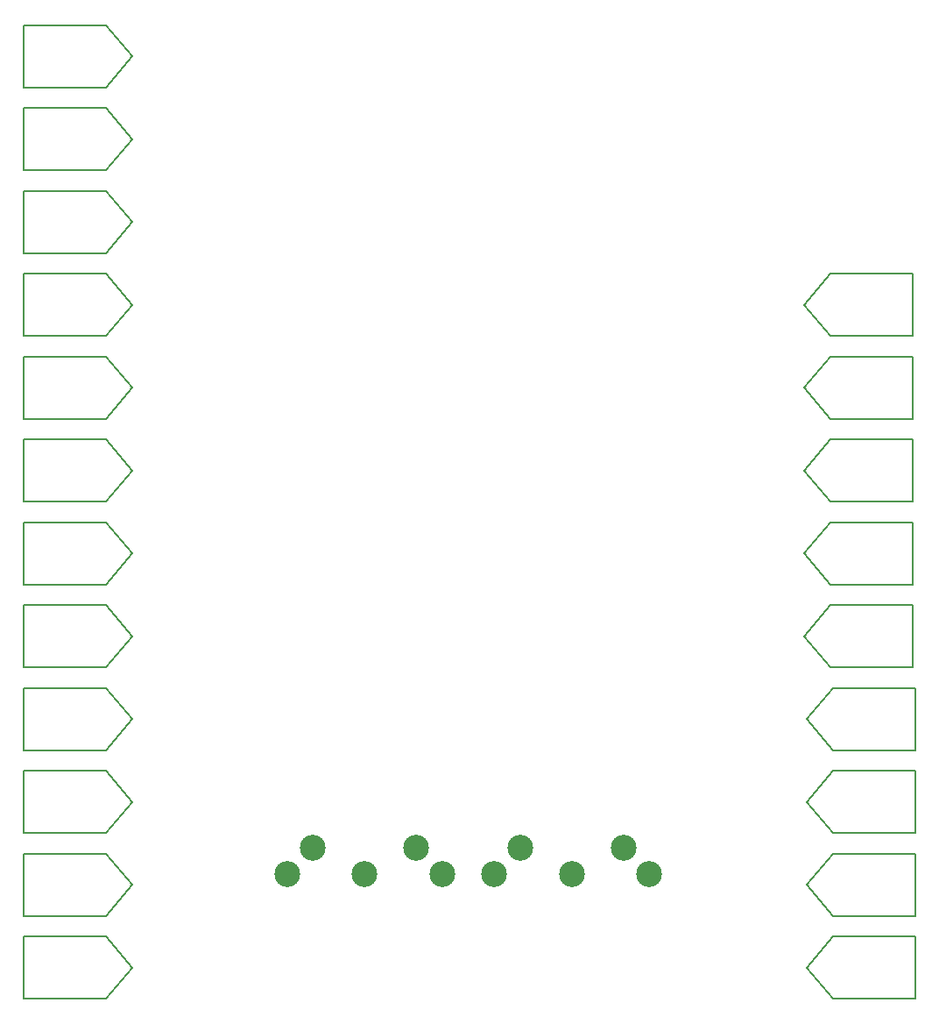
<source format=gbr>
%TF.GenerationSoftware,KiCad,Pcbnew,8.0.7*%
%TF.CreationDate,2025-02-02T12:47:19+00:00*%
%TF.ProjectId,PicoMIDITouchBoard,5069636f-4d49-4444-9954-6f756368426f,rev?*%
%TF.SameCoordinates,Original*%
%TF.FileFunction,Legend,Bot*%
%TF.FilePolarity,Positive*%
%FSLAX46Y46*%
G04 Gerber Fmt 4.6, Leading zero omitted, Abs format (unit mm)*
G04 Created by KiCad (PCBNEW 8.0.7) date 2025-02-02 12:47:19*
%MOMM*%
%LPD*%
G01*
G04 APERTURE LIST*
%ADD10C,0.200000*%
%ADD11C,2.499360*%
G04 APERTURE END LIST*
D10*
%TO.C,J23*%
X136500000Y-112250000D02*
X128500000Y-112250000D01*
X126000000Y-109250000D01*
X128500000Y-106250000D01*
X136500000Y-106250000D01*
X136500000Y-112250000D01*
%TO.C,J10*%
X61000000Y-77250000D02*
X58500000Y-80250000D01*
X50500000Y-80250000D01*
X50500000Y-74250000D01*
X58500000Y-74250000D01*
X61000000Y-77250000D01*
%TO.C,J12*%
X61000000Y-93250000D02*
X58500000Y-96250000D01*
X50500000Y-96250000D01*
X50500000Y-90250000D01*
X58500000Y-90250000D01*
X61000000Y-93250000D01*
%TO.C,J6*%
X61000000Y-53250000D02*
X58500000Y-56250000D01*
X50500000Y-56250000D01*
X50500000Y-50250000D01*
X58500000Y-50250000D01*
X61000000Y-53250000D01*
%TO.C,J22*%
X136750000Y-120250000D02*
X128750000Y-120250000D01*
X126250000Y-117250000D01*
X128750000Y-114250000D01*
X136750000Y-114250000D01*
X136750000Y-120250000D01*
%TO.C,J26*%
X136500000Y-88250000D02*
X128500000Y-88250000D01*
X126000000Y-85250000D01*
X128500000Y-82250000D01*
X136500000Y-82250000D01*
X136500000Y-88250000D01*
%TO.C,J20*%
X136750000Y-136250000D02*
X128750000Y-136250000D01*
X126250000Y-133250000D01*
X128750000Y-130250000D01*
X136750000Y-130250000D01*
X136750000Y-136250000D01*
%TO.C,J21*%
X136750000Y-128250000D02*
X128750000Y-128250000D01*
X126250000Y-125250000D01*
X128750000Y-122250000D01*
X136750000Y-122250000D01*
X136750000Y-128250000D01*
%TO.C,J19*%
X136750000Y-144250000D02*
X128750000Y-144250000D01*
X126250000Y-141250000D01*
X128750000Y-138250000D01*
X136750000Y-138250000D01*
X136750000Y-144250000D01*
%TO.C,J13*%
X61000000Y-101250000D02*
X58500000Y-104250000D01*
X50500000Y-104250000D01*
X50500000Y-98250000D01*
X58500000Y-98250000D01*
X61000000Y-101250000D01*
%TO.C,J27*%
X136500000Y-80250000D02*
X128500000Y-80250000D01*
X126000000Y-77250000D01*
X128500000Y-74250000D01*
X136500000Y-74250000D01*
X136500000Y-80250000D01*
%TO.C,J25*%
X136500000Y-96250000D02*
X128500000Y-96250000D01*
X126000000Y-93250000D01*
X128500000Y-90250000D01*
X136500000Y-90250000D01*
X136500000Y-96250000D01*
%TO.C,J16*%
X61000000Y-125250000D02*
X58500000Y-128250000D01*
X50500000Y-128250000D01*
X50500000Y-122250000D01*
X58500000Y-122250000D01*
X61000000Y-125250000D01*
%TO.C,J11*%
X61000000Y-85250000D02*
X58500000Y-88250000D01*
X50500000Y-88250000D01*
X50500000Y-82250000D01*
X58500000Y-82250000D01*
X61000000Y-85250000D01*
%TO.C,J9*%
X61000000Y-69250000D02*
X58500000Y-72250000D01*
X50500000Y-72250000D01*
X50500000Y-66250000D01*
X58500000Y-66250000D01*
X61000000Y-69250000D01*
%TO.C,J17*%
X61000000Y-133250000D02*
X58500000Y-136250000D01*
X50500000Y-136250000D01*
X50500000Y-130250000D01*
X58500000Y-130250000D01*
X61000000Y-133250000D01*
%TO.C,J14*%
X61000000Y-109250000D02*
X58500000Y-112250000D01*
X50500000Y-112250000D01*
X50500000Y-106250000D01*
X58500000Y-106250000D01*
X61000000Y-109250000D01*
%TO.C,J15*%
X61000000Y-117250000D02*
X58500000Y-120250000D01*
X50500000Y-120250000D01*
X50500000Y-114250000D01*
X58500000Y-114250000D01*
X61000000Y-117250000D01*
%TO.C,J24*%
X136500000Y-104250000D02*
X128500000Y-104250000D01*
X126000000Y-101250000D01*
X128500000Y-98250000D01*
X136500000Y-98250000D01*
X136500000Y-104250000D01*
%TO.C,J8*%
X61000000Y-61250000D02*
X58500000Y-64250000D01*
X50500000Y-64250000D01*
X50500000Y-58250000D01*
X58500000Y-58250000D01*
X61000000Y-61250000D01*
%TO.C,J18*%
X61000000Y-141250000D02*
X58500000Y-144250000D01*
X50500000Y-144250000D01*
X50500000Y-138250000D01*
X58500000Y-138250000D01*
X61000000Y-141250000D01*
%TD*%
D11*
%TO.C,J3*%
X90998080Y-132202800D03*
X83500000Y-132200260D03*
X76001920Y-132202800D03*
X88496180Y-129700900D03*
X78503820Y-129700900D03*
%TD*%
%TO.C,J4*%
X110998080Y-132202800D03*
X103500000Y-132200260D03*
X96001920Y-132202800D03*
X108496180Y-129700900D03*
X98503820Y-129700900D03*
%TD*%
M02*

</source>
